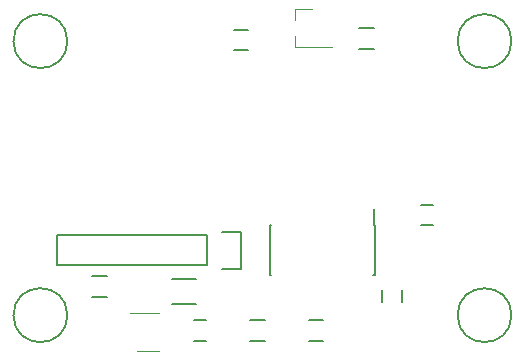
<source format=gbr>
G04 #@! TF.FileFunction,Legend,Top*
%FSLAX46Y46*%
G04 Gerber Fmt 4.6, Leading zero omitted, Abs format (unit mm)*
G04 Created by KiCad (PCBNEW 4.0.5+dfsg1-4) date Wed Oct 11 14:54:32 2017*
%MOMM*%
%LPD*%
G01*
G04 APERTURE LIST*
%ADD10C,0.100000*%
%ADD11C,0.150000*%
%ADD12C,0.120000*%
G04 APERTURE END LIST*
D10*
D11*
X141414880Y-98397760D02*
X141414880Y-97397760D01*
X139714880Y-97397760D02*
X139714880Y-98397760D01*
X123764880Y-101647760D02*
X124764880Y-101647760D01*
X124764880Y-99947760D02*
X123764880Y-99947760D01*
X123914880Y-96472760D02*
X121914880Y-96472760D01*
X121914880Y-98522760D02*
X123914880Y-98522760D01*
X124894880Y-95267760D02*
X112194880Y-95267760D01*
X112194880Y-95267760D02*
X112194880Y-92727760D01*
X112194880Y-92727760D02*
X124894880Y-92727760D01*
X127714880Y-95547760D02*
X126164880Y-95547760D01*
X124894880Y-95267760D02*
X124894880Y-92727760D01*
X126164880Y-92447760D02*
X127714880Y-92447760D01*
X127714880Y-92447760D02*
X127714880Y-95547760D01*
D12*
X132336000Y-73604000D02*
X132336000Y-74534000D01*
X132336000Y-76764000D02*
X132336000Y-75834000D01*
X132336000Y-76764000D02*
X135496000Y-76764000D01*
X132336000Y-73604000D02*
X133796000Y-73604000D01*
D11*
X134689880Y-101672760D02*
X133489880Y-101672760D01*
X133489880Y-99922760D02*
X134689880Y-99922760D01*
X129739880Y-101672760D02*
X128539880Y-101672760D01*
X128539880Y-99922760D02*
X129739880Y-99922760D01*
X116364880Y-97972760D02*
X115164880Y-97972760D01*
X115164880Y-96222760D02*
X116364880Y-96222760D01*
X138979200Y-76922600D02*
X137779200Y-76922600D01*
X137779200Y-75172600D02*
X138979200Y-75172600D01*
X127162000Y-75325000D02*
X128362000Y-75325000D01*
X128362000Y-77075000D02*
X127162000Y-77075000D01*
D12*
X118964880Y-102507760D02*
X120764880Y-102507760D01*
X120764880Y-99287760D02*
X118314880Y-99287760D01*
D11*
X139070000Y-91905000D02*
X139045000Y-91905000D01*
X139070000Y-96055000D02*
X138955000Y-96055000D01*
X130170000Y-96055000D02*
X130285000Y-96055000D01*
X130170000Y-91905000D02*
X130285000Y-91905000D01*
X139070000Y-91905000D02*
X139070000Y-96055000D01*
X130170000Y-91905000D02*
X130170000Y-96055000D01*
X139045000Y-91905000D02*
X139045000Y-90530000D01*
X143010000Y-91883600D02*
X144010000Y-91883600D01*
X144010000Y-90183600D02*
X143010000Y-90183600D01*
X113050880Y-76297760D02*
G75*
G03X113050880Y-76297760I-2286000J0D01*
G01*
X150650880Y-76297760D02*
G75*
G03X150650880Y-76297760I-2286000J0D01*
G01*
X113050880Y-99497760D02*
G75*
G03X113050880Y-99497760I-2286000J0D01*
G01*
X150650880Y-99497760D02*
G75*
G03X150650880Y-99497760I-2286000J0D01*
G01*
M02*

</source>
